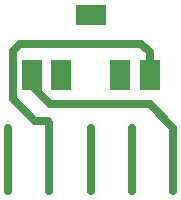
<source format=gtl>
G04 #@! TF.GenerationSoftware,KiCad,Pcbnew,(5.1.0)-1*
G04 #@! TF.CreationDate,2019-05-30T22:41:51-04:00*
G04 #@! TF.ProjectId,phoenix-adapter,70686f65-6e69-4782-9d61-646170746572,0.1*
G04 #@! TF.SameCoordinates,Original*
G04 #@! TF.FileFunction,Copper,L1,Top*
G04 #@! TF.FilePolarity,Positive*
%FSLAX46Y46*%
G04 Gerber Fmt 4.6, Leading zero omitted, Abs format (unit mm)*
G04 Created by KiCad (PCBNEW (5.1.0)-1) date 2019-05-30 22:41:51*
%MOMM*%
%LPD*%
G04 APERTURE LIST*
%ADD10R,1.800000X2.500000*%
%ADD11R,2.500000X1.800000*%
%ADD12C,0.609600*%
%ADD13C,0.635000*%
G04 APERTURE END LIST*
D10*
X144700000Y-116800000D03*
X134700000Y-116800000D03*
D11*
X139700000Y-111800000D03*
D10*
X142200000Y-116800000D03*
X137200000Y-116800000D03*
D12*
X143200000Y-121300000D03*
X139700000Y-121300000D03*
X132700000Y-121300000D03*
X146700000Y-121300000D03*
X136200000Y-121300000D03*
D13*
X143200000Y-121300000D02*
X143200000Y-126700000D01*
X139700000Y-121300000D02*
X139700000Y-126700000D01*
X132700000Y-121300000D02*
X132700000Y-126700000D01*
X146700000Y-126700000D02*
X146700000Y-121300000D01*
X136200000Y-121300000D02*
X136200000Y-126700000D01*
X134700000Y-117745500D02*
X136271000Y-119316500D01*
X134700000Y-116967000D02*
X134700000Y-117745500D01*
X144716500Y-119316500D02*
X146700000Y-121300000D01*
X136271000Y-119316500D02*
X144716500Y-119316500D01*
X136200000Y-120868948D02*
X136200000Y-121300000D01*
X144700000Y-116800000D02*
X144700000Y-114915000D01*
X144700000Y-114915000D02*
X143958000Y-114173000D01*
X134953690Y-120729690D02*
X136060742Y-120729690D01*
X143958000Y-114173000D02*
X133731000Y-114173000D01*
X133731000Y-114173000D02*
X133096000Y-114808000D01*
X136060742Y-120729690D02*
X136200000Y-120868948D01*
X133096000Y-114808000D02*
X133096000Y-118872000D01*
X133096000Y-118872000D02*
X134953690Y-120729690D01*
M02*

</source>
